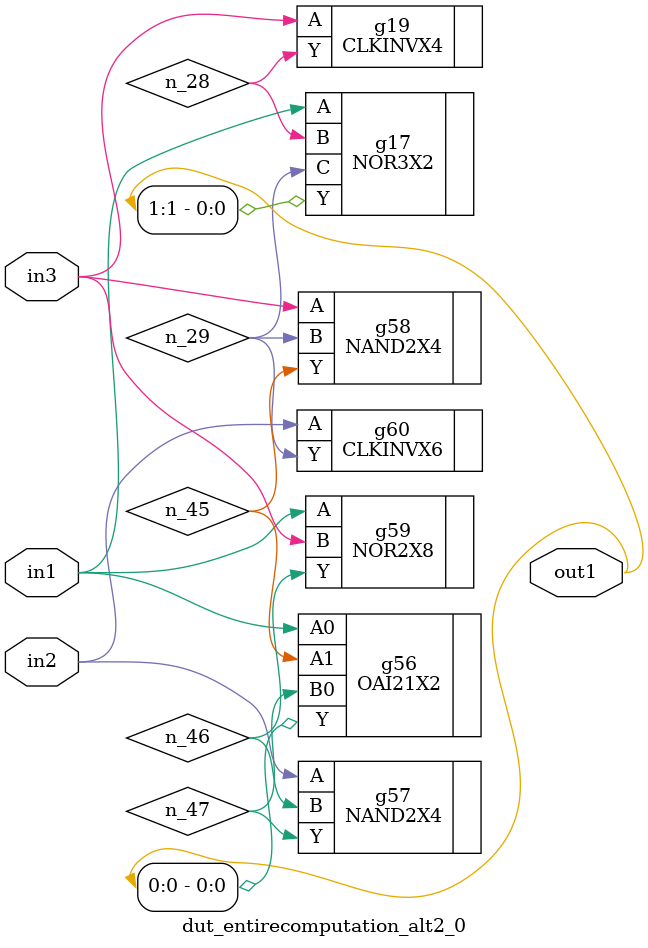
<source format=v>
`timescale 1ps / 1ps


module dut_entirecomputation_alt2_0(in1, in2, in3, out1);
  input in1, in2, in3;
  output [1:0] out1;
  wire in1, in2, in3;
  wire [1:0] out1;
  wire n_28, n_29, n_45, n_46, n_47;
  NOR3X2 g17(.A (in1), .B (n_28), .C (n_29), .Y (out1[1]));
  CLKINVX4 g19(.A (in3), .Y (n_28));
  OAI21X2 g56(.A0 (in1), .A1 (n_45), .B0 (n_47), .Y (out1[0]));
  NAND2X4 g58(.A (in3), .B (n_29), .Y (n_45));
  CLKINVX6 g60(.A (in2), .Y (n_29));
  NAND2X4 g57(.A (in2), .B (n_46), .Y (n_47));
  NOR2X8 g59(.A (in1), .B (in3), .Y (n_46));
endmodule


</source>
